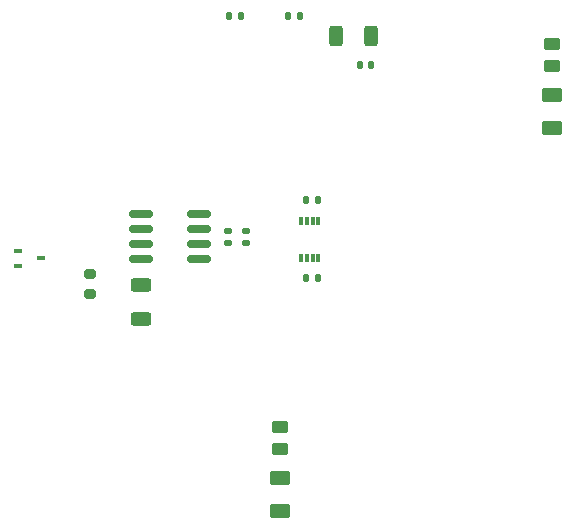
<source format=gtp>
G04 #@! TF.GenerationSoftware,KiCad,Pcbnew,7.0.8*
G04 #@! TF.CreationDate,2023-12-02T16:18:10-07:00*
G04 #@! TF.ProjectId,drs,6472732e-6b69-4636-9164-5f7063625858,v1*
G04 #@! TF.SameCoordinates,Original*
G04 #@! TF.FileFunction,Paste,Top*
G04 #@! TF.FilePolarity,Positive*
%FSLAX46Y46*%
G04 Gerber Fmt 4.6, Leading zero omitted, Abs format (unit mm)*
G04 Created by KiCad (PCBNEW 7.0.8) date 2023-12-02 16:18:10*
%MOMM*%
%LPD*%
G01*
G04 APERTURE LIST*
G04 Aperture macros list*
%AMRoundRect*
0 Rectangle with rounded corners*
0 $1 Rounding radius*
0 $2 $3 $4 $5 $6 $7 $8 $9 X,Y pos of 4 corners*
0 Add a 4 corners polygon primitive as box body*
4,1,4,$2,$3,$4,$5,$6,$7,$8,$9,$2,$3,0*
0 Add four circle primitives for the rounded corners*
1,1,$1+$1,$2,$3*
1,1,$1+$1,$4,$5*
1,1,$1+$1,$6,$7*
1,1,$1+$1,$8,$9*
0 Add four rect primitives between the rounded corners*
20,1,$1+$1,$2,$3,$4,$5,0*
20,1,$1+$1,$4,$5,$6,$7,0*
20,1,$1+$1,$6,$7,$8,$9,0*
20,1,$1+$1,$8,$9,$2,$3,0*%
G04 Aperture macros list end*
%ADD10RoundRect,0.250000X0.312500X0.625000X-0.312500X0.625000X-0.312500X-0.625000X0.312500X-0.625000X0*%
%ADD11RoundRect,0.200000X0.275000X-0.200000X0.275000X0.200000X-0.275000X0.200000X-0.275000X-0.200000X0*%
%ADD12RoundRect,0.140000X-0.170000X0.140000X-0.170000X-0.140000X0.170000X-0.140000X0.170000X0.140000X0*%
%ADD13RoundRect,0.140000X-0.140000X-0.170000X0.140000X-0.170000X0.140000X0.170000X-0.140000X0.170000X0*%
%ADD14RoundRect,0.250000X0.450000X-0.262500X0.450000X0.262500X-0.450000X0.262500X-0.450000X-0.262500X0*%
%ADD15RoundRect,0.250000X-0.625000X0.312500X-0.625000X-0.312500X0.625000X-0.312500X0.625000X0.312500X0*%
%ADD16RoundRect,0.250000X-0.625000X0.375000X-0.625000X-0.375000X0.625000X-0.375000X0.625000X0.375000X0*%
%ADD17RoundRect,0.147500X0.147500X0.172500X-0.147500X0.172500X-0.147500X-0.172500X0.147500X-0.172500X0*%
%ADD18RoundRect,0.147500X-0.147500X-0.172500X0.147500X-0.172500X0.147500X0.172500X-0.147500X0.172500X0*%
%ADD19R,0.300000X0.800000*%
%ADD20R,0.700000X0.450000*%
%ADD21RoundRect,0.150000X0.825000X0.150000X-0.825000X0.150000X-0.825000X-0.150000X0.825000X-0.150000X0*%
G04 APERTURE END LIST*
D10*
X160262500Y-75900000D03*
X157337500Y-75900000D03*
D11*
X136500000Y-97725000D03*
X136500000Y-96075000D03*
D12*
X149700000Y-92420000D03*
X149700000Y-93380000D03*
D13*
X154820000Y-89800000D03*
X155780000Y-89800000D03*
D12*
X148200000Y-92420000D03*
X148200000Y-93380000D03*
D14*
X152600000Y-110812500D03*
X152600000Y-108987500D03*
X175600000Y-78412500D03*
X175600000Y-76587500D03*
D15*
X140800000Y-96937500D03*
X140800000Y-99862500D03*
D13*
X154820000Y-96400000D03*
X155780000Y-96400000D03*
D16*
X175600000Y-80900000D03*
X175600000Y-83700000D03*
D17*
X154285000Y-74200000D03*
X153315000Y-74200000D03*
D18*
X148315000Y-74200000D03*
X149285000Y-74200000D03*
D19*
X155850000Y-91550000D03*
X155350000Y-91550000D03*
X154850000Y-91550000D03*
X154350000Y-91550000D03*
X154350000Y-94650000D03*
X154850000Y-94650000D03*
X155350000Y-94650000D03*
X155850000Y-94650000D03*
D18*
X159330000Y-78300000D03*
X160300000Y-78300000D03*
D20*
X130400000Y-94050000D03*
X130400000Y-95350000D03*
X132400000Y-94700000D03*
D16*
X152600000Y-113300000D03*
X152600000Y-116100000D03*
D21*
X145775000Y-94805000D03*
X145775000Y-93535000D03*
X145775000Y-92265000D03*
X145775000Y-90995000D03*
X140825000Y-90995000D03*
X140825000Y-92265000D03*
X140825000Y-93535000D03*
X140825000Y-94805000D03*
M02*

</source>
